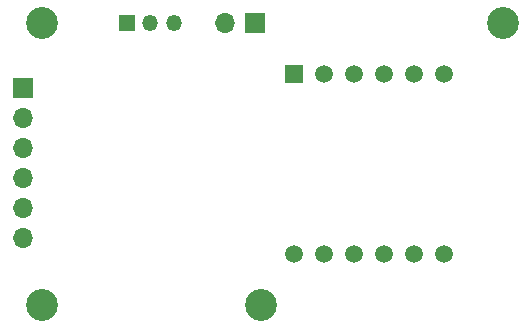
<source format=gbr>
%TF.GenerationSoftware,KiCad,Pcbnew,7.0.5*%
%TF.CreationDate,2024-02-26T15:45:18+01:00*%
%TF.ProjectId,thermometer-hw,74686572-6d6f-46d6-9574-65722d68772e,rev?*%
%TF.SameCoordinates,Original*%
%TF.FileFunction,Soldermask,Bot*%
%TF.FilePolarity,Negative*%
%FSLAX46Y46*%
G04 Gerber Fmt 4.6, Leading zero omitted, Abs format (unit mm)*
G04 Created by KiCad (PCBNEW 7.0.5) date 2024-02-26 15:45:18*
%MOMM*%
%LPD*%
G01*
G04 APERTURE LIST*
%ADD10C,2.700000*%
%ADD11R,1.350000X1.350000*%
%ADD12O,1.350000X1.350000*%
%ADD13R,1.700000X1.700000*%
%ADD14O,1.700000X1.700000*%
%ADD15R,1.500000X1.500000*%
%ADD16C,1.500000*%
G04 APERTURE END LIST*
D10*
%TO.C,REF\u002A\u002A*%
X43815000Y28067000D03*
%TD*%
%TO.C,REF\u002A\u002A*%
X23368000Y4191001D03*
%TD*%
D11*
%TO.C,J1*%
X11970000Y28067000D03*
D12*
X13970000Y28067000D03*
X15970000Y28067000D03*
%TD*%
D10*
%TO.C,REF\u002A\u002A*%
X4826000Y4191001D03*
%TD*%
%TO.C,REF\u002A\u002A*%
X4826000Y28067000D03*
%TD*%
D13*
%TO.C,J2*%
X22860000Y28067000D03*
D14*
X20320000Y28067000D03*
%TD*%
D15*
%TO.C,U3*%
X26165000Y23776000D03*
D16*
X28705000Y23776000D03*
X31245000Y23776000D03*
X33785000Y23776000D03*
X36325000Y23776000D03*
X38865000Y23776000D03*
X38865000Y8536000D03*
X36325000Y8536000D03*
X33785000Y8536000D03*
X31245000Y8536000D03*
X28705000Y8536000D03*
X26165000Y8536000D03*
%TD*%
D13*
%TO.C,J3*%
X3175000Y22606000D03*
D14*
X3175000Y20066000D03*
X3175000Y17526000D03*
X3175000Y14986000D03*
X3175000Y12446000D03*
X3175000Y9906000D03*
%TD*%
M02*

</source>
